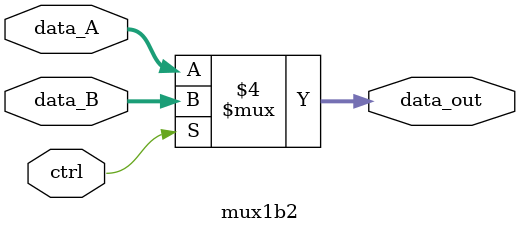
<source format=v>
module mux1b2(
	input [15:0] data_A,
	input [15:0] data_B,
	input ctrl,
	output reg [15:0] data_out
	

);

always@(data_A or data_B or ctrl)
begin
	if(!ctrl)
		data_out <= data_A;
	else
		data_out <= data_B;
end
	


endmodule
</source>
